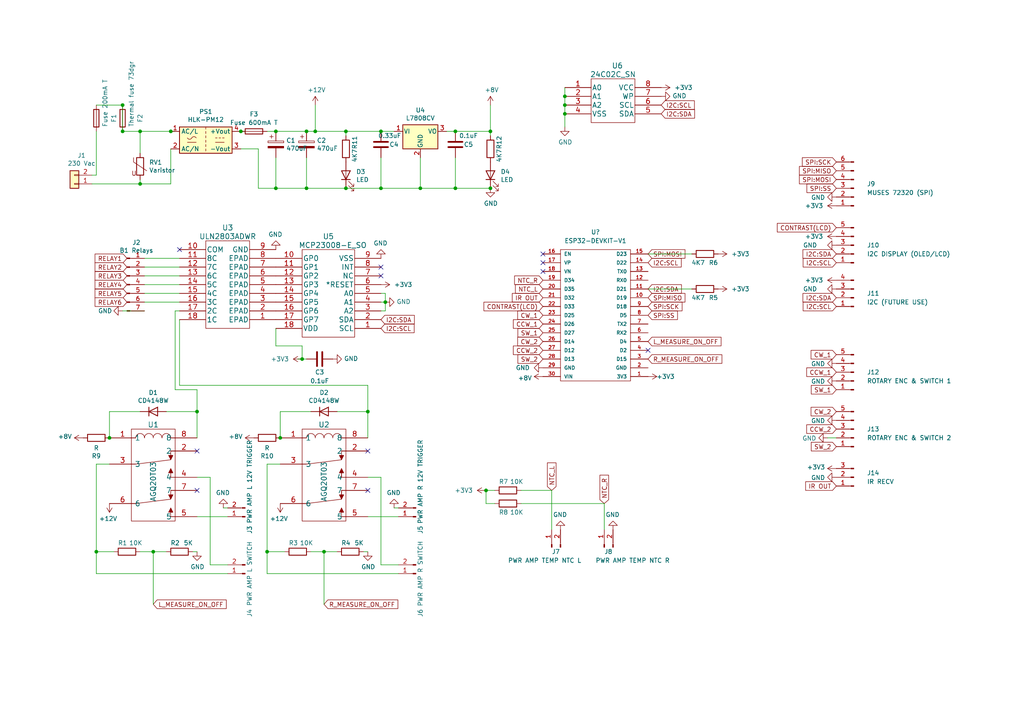
<source format=kicad_sch>
(kicad_sch (version 20211123) (generator eeschema)
  (paper "A4")
  (lib_symbols
    (symbol "Connector:Conn_01x02_Male" (pin_names (offset 1.016) hide)
      (property "Reference" "J" (at 0 2.54 0))
      (property "Value" "Conn_01x02_Male" (at 0 -5.08 0))
      (symbol "Conn_01x02_Male_1_1"
        (pin passive line (at 5.08 0 180) (length 3.81) (name "Pin_1") (number "1"))
        (pin passive line (at 5.08 -2.54 180) (length 3.81) (name "Pin_2") (number "2"))
      )
    )
    (symbol "Connector:Conn_01x03_Male" (pin_names (offset 1.016) hide)
      (property "Reference" "J" (at 0 5.08 0))
      (property "Value" "Conn_01x03_Male" (at 0 -5.08 0))
      (symbol "Conn_01x03_Male_1_1"
        (pin passive line (at 5.08 2.54 180) (length 3.81) (name "Pin_1") (number "1"))
        (pin passive line (at 5.08 0 180) (length 3.81) (name "Pin_2") (number "2"))
        (pin passive line (at 5.08 -2.54 180) (length 3.81) (name "Pin_3") (number "3"))
      )
    )
    (symbol "Connector:Conn_01x04_Male" (pin_names (offset 1.016) hide)
      (property "Reference" "J" (at 0 5.08 0))
      (property "Value" "Conn_01x04_Male" (at 0 -7.62 0))
      (symbol "Conn_01x04_Male_1_1"
        (pin passive line (at 5.08 2.54 180) (length 3.81) (name "Pin_1") (number "1"))
        (pin passive line (at 5.08 0 180) (length 3.81) (name "Pin_2") (number "2"))
        (pin passive line (at 5.08 -2.54 180) (length 3.81) (name "Pin_3") (number "3"))
        (pin passive line (at 5.08 -5.08 180) (length 3.81) (name "Pin_4") (number "4"))
      )
    )
    (symbol "Connector:Conn_01x05_Male" (pin_names (offset 1.016) hide)
      (property "Reference" "J" (at 0 7.62 0))
      (property "Value" "Conn_01x05_Male" (at 0 -7.62 0))
      (symbol "Conn_01x05_Male_1_1"
        (pin passive line (at 5.08 5.08 180) (length 3.81) (name "Pin_1") (number "1"))
        (pin passive line (at 5.08 2.54 180) (length 3.81) (name "Pin_2") (number "2"))
        (pin passive line (at 5.08 0 180) (length 3.81) (name "Pin_3") (number "3"))
        (pin passive line (at 5.08 -2.54 180) (length 3.81) (name "Pin_4") (number "4"))
        (pin passive line (at 5.08 -5.08 180) (length 3.81) (name "Pin_5") (number "5"))
      )
    )
    (symbol "Connector:Conn_01x06_Male" (pin_names (offset 1.016) hide)
      (property "Reference" "J" (at 0 7.62 0))
      (property "Value" "Conn_01x06_Male" (at 0 -10.16 0))
      (symbol "Conn_01x06_Male_1_1"
        (pin passive line (at 5.08 5.08 180) (length 3.81) (name "Pin_1") (number "1"))
        (pin passive line (at 5.08 2.54 180) (length 3.81) (name "Pin_2") (number "2"))
        (pin passive line (at 5.08 0 180) (length 3.81) (name "Pin_3") (number "3"))
        (pin passive line (at 5.08 -2.54 180) (length 3.81) (name "Pin_4") (number "4"))
        (pin passive line (at 5.08 -5.08 180) (length 3.81) (name "Pin_5") (number "5"))
        (pin passive line (at 5.08 -7.62 180) (length 3.81) (name "Pin_6") (number "6"))
      )
    )
    (symbol "Connector:Conn_01x07_Male" (pin_names (offset 1.016) hide)
      (property "Reference" "J" (at 0 10.16 0))
      (property "Value" "Conn_01x07_Male" (at 0 -10.16 0))
      (symbol "Conn_01x07_Male_1_1"
        (pin passive line (at 5.08 7.62 180) (length 3.81) (name "Pin_1") (number "1"))
        (pin passive line (at 5.08 5.08 180) (length 3.81) (name "Pin_2") (number "2"))
        (pin passive line (at 5.08 2.54 180) (length 3.81) (name "Pin_3") (number "3"))
        (pin passive line (at 5.08 0 180) (length 3.81) (name "Pin_4") (number "4"))
        (pin passive line (at 5.08 -2.54 180) (length 3.81) (name "Pin_5") (number "5"))
        (pin passive line (at 5.08 -5.08 180) (length 3.81) (name "Pin_6") (number "6"))
        (pin passive line (at 5.08 -7.62 180) (length 3.81) (name "Pin_7") (number "7"))
      )
    )
    (symbol "Connector_Generic:Conn_01x02" (pin_names (offset 1.016) hide)
      (property "Reference" "J" (at 0 2.54 0))
      (property "Value" "Conn_01x02" (at 0 -5.08 0))
      (symbol "Conn_01x02_1_1"
        (pin passive line (at -5.08 0 0) (length 3.81) (name "Pin_1") (number "1"))
        (pin passive line (at -5.08 -2.54 0) (length 3.81) (name "Pin_2") (number "2"))
      )
    )
    (symbol "Converter_ACDC:HLK-PM01"
      (property "Reference" "PS" (at 0 5.08 0))
      (property "Value" "HLK-PM01" (at 0 -5.08 0))
      (symbol "HLK-PM01_1_1"
        (pin power_in line (at -10.16 2.54 0) (length 2.54) (name "AC/L") (number "1"))
        (pin power_in line (at -10.16 -2.54 0) (length 2.54) (name "AC/N") (number "2"))
        (pin power_out line (at 10.16 -2.54 180) (length 2.54) (name "-Vout") (number "3"))
        (pin power_out line (at 10.16 2.54 180) (length 2.54) (name "+Vout") (number "4"))
      )
    )
    (symbol "Device:C" (pin_numbers hide) (pin_names (offset 0.254))
      (property "Reference" "C" (at 0.635 2.54 0))
      (property "Value" "C" (at 0.635 -2.54 0))
      (symbol "C_1_1"
        (pin passive line (at 0 3.81 270) (length 2.794) (name "~") (number "1"))
        (pin passive line (at 0 -3.81 90) (length 2.794) (name "~") (number "2"))
      )
    )
    (symbol "Device:Fuse" (pin_numbers hide) (pin_names (offset 0))
      (property "Reference" "F" (at 2.032 0 90))
      (property "Value" "Fuse" (at -1.905 0 90))
      (symbol "Fuse_1_1"
        (pin passive line (at 0 3.81 270) (length 1.27) (name "~") (number "1"))
        (pin passive line (at 0 -3.81 90) (length 1.27) (name "~") (number "2"))
      )
    )
    (symbol "Device:LED" (pin_numbers hide) (pin_names (offset 1.016) hide)
      (property "Reference" "D" (at 0 2.54 0))
      (property "Value" "LED" (at 0 -2.54 0))
      (symbol "LED_1_1"
        (pin passive line (at -3.81 0 0) (length 2.54) (name "K") (number "1"))
        (pin passive line (at 3.81 0 180) (length 2.54) (name "A") (number "2"))
      )
    )
    (symbol "Device:R" (pin_numbers hide) (pin_names (offset 0))
      (property "Reference" "R" (at 2.032 0 90))
      (property "Value" "R" (at 0 0 90))
      (symbol "R_1_1"
        (pin passive line (at 0 3.81 270) (length 1.27) (name "~") (number "1"))
        (pin passive line (at 0 -3.81 90) (length 1.27) (name "~") (number "2"))
      )
    )
    (symbol "Device:Varistor" (pin_numbers hide) (pin_names (offset 0))
      (property "Reference" "RV" (at 3.175 0 90))
      (property "Value" "Varistor" (at -3.175 0 90))
      (symbol "Varistor_0_0"
        (text "U" (at -1.778 -2.032 0) (effects (font (size 1.27 1.27))))
      )
      (symbol "Varistor_1_1"
        (pin passive line (at 0 3.81 270) (length 1.27) (name "~") (number "1"))
        (pin passive line (at 0 -3.81 90) (length 1.27) (name "~") (number "2"))
      )
    )
    (symbol "Diode:CD4148W" (pin_numbers hide) (pin_names (offset 1.016) hide)
      (property "Reference" "D" (at 0 2.54 0))
      (property "Value" "CD4148W" (at 0 -2.54 0))
      (symbol "CD4148W_1_1"
        (pin passive line (at -3.81 0 0) (length 2.54) (name "K") (number "1"))
        (pin passive line (at 3.81 0 180) (length 2.54) (name "A") (number "2"))
      )
    )
    (symbol "ESP32SYM:ESP32-DEVKIT-V1" (pin_names (offset 1.016))
      (property "Reference" "U" (at -1.27 12.7 0))
      (property "Value" "ESP32-DEVKIT-V1" (at -10.16 -30.48 0))
      (symbol "ESP32-DEVKIT-V1_0_0"
        (pin output line (at 15.24 -25.4 180) (length 5.08) (name "3V3") (number "1"))
        (pin bidirectional line (at 15.24 -2.54 180) (length 5.08) (name "D19") (number "10"))
        (pin bidirectional line (at 15.24 0 180) (length 5.08) (name "D21") (number "11"))
        (pin input line (at 15.24 2.54 180) (length 5.08) (name "RX0") (number "12"))
        (pin output line (at 15.24 5.08 180) (length 5.08) (name "TX0") (number "13"))
        (pin bidirectional line (at 15.24 7.62 180) (length 5.08) (name "D22") (number "14"))
        (pin bidirectional line (at 15.24 10.16 180) (length 5.08) (name "D23") (number "15"))
        (pin input line (at -15.24 10.16 0) (length 5.08) (name "EN") (number "16"))
        (pin bidirectional line (at -15.24 7.62 0) (length 5.08) (name "VP") (number "17"))
        (pin bidirectional line (at -15.24 5.08 0) (length 5.08) (name "VN") (number "18"))
        (pin bidirectional line (at -15.24 2.54 0) (length 5.08) (name "D34") (number "19"))
        (pin power_in line (at 15.24 -22.86 180) (length 5.08) (name "GND") (number "2"))
        (pin bidirectional line (at -15.24 0 0) (length 5.08) (name "D35") (number "20"))
        (pin bidirectional line (at -15.24 -2.54 0) (length 5.08) (name "D32") (number "21"))
        (pin bidirectional line (at -15.24 -5.08 0) (length 5.08) (name "D33") (number "22"))
        (pin bidirectional line (at -15.24 -7.62 0) (length 5.08) (name "D25") (number "23"))
        (pin bidirectional line (at -15.24 -10.16 0) (length 5.08) (name "D26") (number "24"))
        (pin bidirectional line (at -15.24 -12.7 0) (length 5.08) (name "D27") (number "25"))
        (pin bidirectional line (at -15.24 -15.24 0) (length 5.08) (name "D14") (number "26"))
        (pin bidirectional line (at -15.24 -17.78 0) (length 5.08) (name "D12") (number "27"))
        (pin bidirectional line (at -15.24 -20.32 0) (length 5.08) (name "D13") (number "28"))
        (pin power_in line (at -15.24 -22.86 0) (length 5.08) (name "GND") (number "29"))
        (pin bidirectional line (at 15.24 -20.32 180) (length 5.08) (name "D15") (number "3"))
        (pin input line (at -15.24 -25.4 0) (length 5.08) (name "VIN") (number "30"))
        (pin bidirectional line (at 15.24 -17.78 180) (length 5.08) (name "D2") (number "4"))
        (pin bidirectional line (at 15.24 -15.24 180) (length 5.08) (name "D4") (number "5"))
        (pin input line (at 15.24 -12.7 180) (length 5.08) (name "RX2") (number "6"))
        (pin output line (at 15.24 -10.16 180) (length 5.08) (name "TX2") (number "7"))
        (pin bidirectional line (at 15.24 -7.62 180) (length 5.08) (name "D5") (number "8"))
        (pin bidirectional line (at 15.24 -5.08 180) (length 5.08) (name "D18") (number "9"))
      )
    )
    (symbol "Mezmerize_B1_Controller-rescue:24C02C_SN-24C02" (pin_names (offset 0.254))
      (property "Reference" "U" (at 13.97 8.89 0))
      (property "Value" "24C02C_SN-24C02" (at 13.97 6.35 0))
      (symbol "24C02C_SN-24C02_1_0"
        (pin unspecified line (at 0 2.54 0) (length 7.62) (name "A0") (number "1"))
        (pin unspecified line (at 0 0 0) (length 7.62) (name "A1") (number "2"))
        (pin unspecified line (at 0 -2.54 0) (length 7.62) (name "A2") (number "3"))
        (pin unspecified line (at 0 -5.08 0) (length 7.62) (name "VSS") (number "4"))
        (pin unspecified line (at 27.94 -5.08 180) (length 7.62) (name "SDA") (number "5"))
        (pin unspecified line (at 27.94 -2.54 180) (length 7.62) (name "SCL") (number "6"))
        (pin unspecified line (at 27.94 0 180) (length 7.62) (name "WP") (number "7"))
        (pin unspecified line (at 27.94 2.54 180) (length 7.62) (name "VCC") (number "8"))
      )
    )
    (symbol "Mezmerize_B1_Controller-rescue:AGQ20012-2019-11-30_08-42-06" (pin_names (offset -0.254))
      (property "Reference" "U" (at 26.67 -6.35 0))
      (property "Value" "AGQ20012-2019-11-30_08-42-06" (at 26.67 -8.89 0))
      (symbol "AGQ20012-2019-11-30_08-42-06_1_0"
        (pin unspecified line (at 13.97 -15.24 0) (length 7.62) (name "1") (number "1"))
        (pin unspecified line (at 39.37 -19.05 180) (length 7.62) (name "2") (number "2"))
        (pin unspecified line (at 13.97 -22.86 0) (length 7.62) (name "3") (number "3"))
        (pin unspecified line (at 39.37 -26.67 180) (length 7.62) (name "4") (number "4"))
        (pin unspecified line (at 39.37 -38.1 180) (length 7.62) (name "5") (number "5"))
        (pin unspecified line (at 13.97 -34.29 0) (length 7.62) (name "6") (number "6"))
        (pin unspecified line (at 39.37 -30.48 180) (length 7.62) (name "7") (number "7"))
        (pin unspecified line (at 39.37 -15.24 180) (length 7.62) (name "8") (number "8"))
      )
    )
    (symbol "Mezmerize_B1_Controller-rescue:CP-Device" (pin_numbers hide) (pin_names (offset 0.254))
      (property "Reference" "C" (at 0.635 2.54 0))
      (property "Value" "CP-Device" (at 0.635 -2.54 0))
      (symbol "CP-Device_1_1"
        (pin passive line (at 0 3.81 270) (length 2.794) (name "~") (number "1"))
        (pin passive line (at 0 -3.81 90) (length 2.794) (name "~") (number "2"))
      )
    )
    (symbol "Mezmerize_B1_Controller-rescue:MCP23008-E_SO-2019-12-07_08-25-49" (pin_names (offset 0.254))
      (property "Reference" "U" (at 15.24 10.16 0))
      (property "Value" "MCP23008-E_SO-2019-12-07_08-25-49" (at 15.24 7.62 0))
      (symbol "MCP23008-E_SO-2019-12-07_08-25-49_1_0"
        (pin unspecified line (at 0 0 0) (length 7.62) (name "SCL") (number "1"))
        (pin unspecified line (at 30.48 -20.32 180) (length 7.62) (name "GP0") (number "10"))
        (pin unspecified line (at 30.48 -17.78 180) (length 7.62) (name "GP1") (number "11"))
        (pin unspecified line (at 30.48 -15.24 180) (length 7.62) (name "GP2") (number "12"))
        (pin unspecified line (at 30.48 -12.7 180) (length 7.62) (name "GP3") (number "13"))
        (pin unspecified line (at 30.48 -10.16 180) (length 7.62) (name "GP4") (number "14"))
        (pin unspecified line (at 30.48 -7.62 180) (length 7.62) (name "GP5") (number "15"))
        (pin unspecified line (at 30.48 -5.08 180) (length 7.62) (name "GP6") (number "16"))
        (pin unspecified line (at 30.48 -2.54 180) (length 7.62) (name "GP7") (number "17"))
        (pin unspecified line (at 30.48 0 180) (length 7.62) (name "VDD") (number "18"))
        (pin unspecified line (at 0 -2.54 0) (length 7.62) (name "SDA") (number "2"))
        (pin unspecified line (at 0 -5.08 0) (length 7.62) (name "A2") (number "3"))
        (pin unspecified line (at 0 -7.62 0) (length 7.62) (name "A1") (number "4"))
        (pin unspecified line (at 0 -10.16 0) (length 7.62) (name "A0") (number "5"))
        (pin unspecified line (at 0 -12.7 0) (length 7.62) (name "*RESET") (number "6"))
        (pin unspecified line (at 0 -15.24 0) (length 7.62) (name "NC") (number "7"))
        (pin unspecified line (at 0 -17.78 0) (length 7.62) (name "INT") (number "8"))
        (pin unspecified line (at 0 -20.32 0) (length 7.62) (name "VSS") (number "9"))
      )
    )
    (symbol "Mezmerize_B1_Controller-rescue:ULN2803ADWR-2019-12-07_08-18-10" (pin_names (offset 0.254))
      (property "Reference" "U" (at 13.97 8.89 0))
      (property "Value" "ULN2803ADWR-2019-12-07_08-18-10" (at 13.97 6.35 0))
      (symbol "ULN2803ADWR-2019-12-07_08-18-10_1_0"
        (pin power_in line (at 0 0 0) (length 7.62) (name "EPAD") (number "1"))
        (pin unspecified line (at 27.94 -20.32 180) (length 7.62) (name "COM") (number "10"))
        (pin output line (at 27.94 -17.78 180) (length 7.62) (name "8C") (number "11"))
        (pin output line (at 27.94 -15.24 180) (length 7.62) (name "7C") (number "12"))
        (pin output line (at 27.94 -12.7 180) (length 7.62) (name "6C") (number "13"))
        (pin output line (at 27.94 -10.16 180) (length 7.62) (name "5C") (number "14"))
        (pin output line (at 27.94 -7.62 180) (length 7.62) (name "4C") (number "15"))
        (pin output line (at 27.94 -5.08 180) (length 7.62) (name "3C") (number "16"))
        (pin output line (at 27.94 -2.54 180) (length 7.62) (name "2C") (number "17"))
        (pin output line (at 27.94 0 180) (length 7.62) (name "1C") (number "18"))
        (pin power_in line (at 0 -2.54 0) (length 7.62) (name "EPAD") (number "2"))
        (pin power_in line (at 0 -5.08 0) (length 7.62) (name "EPAD") (number "3"))
        (pin power_in line (at 0 -7.62 0) (length 7.62) (name "EPAD") (number "4"))
        (pin power_in line (at 0 -10.16 0) (length 7.62) (name "EPAD") (number "5"))
        (pin power_in line (at 0 -12.7 0) (length 7.62) (name "EPAD") (number "6"))
        (pin power_in line (at 0 -15.24 0) (length 7.62) (name "EPAD") (number "7"))
        (pin power_in line (at 0 -17.78 0) (length 7.62) (name "EPAD") (number "8"))
        (pin power_in line (at 0 -20.32 0) (length 7.62) (name "GND") (number "9"))
      )
    )
    (symbol "Regulator_Linear:LM7808_TO220" (pin_names (offset 0.254))
      (property "Reference" "U" (at -3.81 3.175 0))
      (property "Value" "LM7808_TO220" (at 0 3.175 0))
      (symbol "LM7808_TO220_1_1"
        (pin power_in line (at -7.62 0 0) (length 2.54) (name "VI") (number "1"))
        (pin power_in line (at 0 -7.62 90) (length 2.54) (name "GND") (number "2"))
        (pin power_out line (at 7.62 0 180) (length 2.54) (name "VO") (number "3"))
      )
    )
    (symbol "power:+12V" (power) (pin_names (offset 0))
      (property "Value" "+12V" (at 0 3.556 0))
      (symbol "+12V_1_1"
        (pin power_in line (at 0 0 90) (length 0) hide (name "+12V") (number "1"))
      )
    )
    (symbol "power:+3.3V" (power) (pin_names (offset 0))
      (property "Value" "+3.3V" (at 0 3.556 0))
      (symbol "+3.3V_1_1"
        (pin power_in line (at 0 0 90) (length 0) hide (name "+3V3") (number "1"))
      )
    )
    (symbol "power:+8V" (power) (pin_names (offset 0))
      (property "Value" "+8V" (at 0 3.556 0))
      (symbol "+8V_1_1"
        (pin power_in line (at 0 0 90) (length 0) hide (name "+8V") (number "1"))
      )
    )
    (symbol "power:GND" (power) (pin_names (offset 0))
      (property "Value" "GND" (at 0 -3.81 0))
      (symbol "GND_1_1"
        (pin power_in line (at 0 0 270) (length 0) hide (name "GND") (number "1"))
      )
    )
  )
  (junction (at 100.33 54.61))
  (junction (at 87.63 104.14))
  (junction (at 163.83 33.02))
  (junction (at 80.01 54.61))
  (junction (at 142.24 54.61))
  (junction (at 40.64 38.1))
  (junction (at 132.08 54.61))
  (junction (at 80.01 38.1))
  (junction (at 100.33 38.1))
  (junction (at 88.9 54.61))
  (junction (at 140.97 142.24))
  (junction (at 49.53 38.1))
  (junction (at 93.98 160.02))
  (junction (at 106.68 119.38))
  (junction (at 27.94 160.02))
  (junction (at 163.83 27.94))
  (junction (at 57.15 119.38))
  (junction (at 142.24 38.1))
  (junction (at 35.56 38.1))
  (junction (at 91.44 38.1))
  (junction (at 111.76 87.63))
  (junction (at 40.64 53.34))
  (junction (at 77.47 160.02))
  (junction (at 163.83 30.48))
  (junction (at 44.45 160.02))
  (junction (at 81.28 127))
  (junction (at 110.49 54.61))
  (junction (at 121.92 54.61))
  (junction (at 132.08 38.1))
  (junction (at 31.75 127))
  (junction (at 110.49 38.1))
  (junction (at 35.56 30.48))
  (junction (at 69.85 38.1))
  (junction (at 88.9 38.1))
  (no_connect (at 110.49 77.47))
  (no_connect (at 57.15 130.81))
  (no_connect (at 106.68 130.81))
  (no_connect (at 110.49 80.01))
  (no_connect (at 187.96 101.6))
  (no_connect (at 157.48 78.74))
  (no_connect (at 157.48 76.2))
  (no_connect (at 157.48 73.66))
  (no_connect (at 57.15 142.24))
  (no_connect (at 106.68 142.24))
  (no_connect (at 52.07 72.39))
  (wire (pts (xy 111.76 87.63) (xy 110.49 87.63)))
  (wire (pts (xy 40.64 52.07) (xy 40.64 53.34)))
  (wire (pts (xy 31.75 119.38) (xy 31.75 127)))
  (wire (pts (xy 77.47 166.37) (xy 115.57 166.37)))
  (wire (pts (xy 93.98 160.02) (xy 97.79 160.02)))
  (wire (pts (xy 40.64 119.38) (xy 31.75 119.38)))
  (wire (pts (xy 77.47 38.1) (xy 80.01 38.1)))
  (wire (pts (xy 111.76 90.17) (xy 110.49 90.17)))
  (wire (pts (xy 35.56 90.17) (xy 41.91 90.17)))
  (wire (pts (xy 41.91 82.55) (xy 52.07 82.55)))
  (wire (pts (xy 40.64 38.1) (xy 49.53 38.1)))
  (wire (pts (xy 74.93 54.61) (xy 80.01 54.61)))
  (wire (pts (xy 111.76 87.63) (xy 111.76 90.17)))
  (wire (pts (xy 52.07 90.17) (xy 50.8 90.17)))
  (wire (pts (xy 40.64 160.02) (xy 44.45 160.02)))
  (wire (pts (xy 240.03 127) (xy 242.57 127)))
  (wire (pts (xy 142.24 30.48) (xy 142.24 38.1)))
  (wire (pts (xy 77.47 160.02) (xy 77.47 166.37)))
  (wire (pts (xy 91.44 38.1) (xy 100.33 38.1)))
  (wire (pts (xy 69.85 38.1) (xy 71.12 38.1)))
  (wire (pts (xy 52.07 111.76) (xy 106.68 111.76)))
  (wire (pts (xy 110.49 45.72) (xy 110.49 54.61)))
  (wire (pts (xy 41.91 74.93) (xy 52.07 74.93)))
  (wire (pts (xy 88.9 54.61) (xy 100.33 54.61)))
  (wire (pts (xy 60.96 163.83) (xy 66.04 163.83)))
  (wire (pts (xy 77.47 160.02) (xy 82.55 160.02)))
  (wire (pts (xy 91.44 30.48) (xy 91.44 38.1)))
  (wire (pts (xy 142.24 38.1) (xy 142.24 39.37)))
  (wire (pts (xy 110.49 38.1) (xy 114.3 38.1)))
  (wire (pts (xy 60.96 138.43) (xy 60.96 163.83)))
  (wire (pts (xy 151.13 142.24) (xy 160.02 142.24)))
  (wire (pts (xy 132.08 54.61) (xy 121.92 54.61)))
  (wire (pts (xy 97.79 119.38) (xy 106.68 119.38)))
  (wire (pts (xy 140.97 146.05) (xy 143.51 146.05)))
  (wire (pts (xy 88.9 45.72) (xy 88.9 54.61)))
  (wire (pts (xy 187.96 83.82) (xy 200.66 83.82)))
  (wire (pts (xy 57.15 113.03) (xy 50.8 113.03)))
  (wire (pts (xy 80.01 54.61) (xy 88.9 54.61)))
  (wire (pts (xy 31.75 134.62) (xy 27.94 134.62)))
  (wire (pts (xy 121.92 45.72) (xy 121.92 54.61)))
  (wire (pts (xy 187.96 73.66) (xy 200.66 73.66)))
  (wire (pts (xy 88.9 104.14) (xy 87.63 104.14)))
  (wire (pts (xy 87.63 104.14) (xy 86.36 104.14)))
  (wire (pts (xy 90.17 160.02) (xy 93.98 160.02)))
  (wire (pts (xy 105.41 160.02) (xy 106.68 160.02)))
  (wire (pts (xy 110.49 138.43) (xy 110.49 163.83)))
  (wire (pts (xy 26.67 50.8) (xy 27.94 50.8)))
  (wire (pts (xy 50.8 113.03) (xy 50.8 90.17)))
  (wire (pts (xy 57.15 149.86) (xy 66.04 149.86)))
  (wire (pts (xy 41.91 80.01) (xy 52.07 80.01)))
  (wire (pts (xy 110.49 54.61) (xy 100.33 54.61)))
  (wire (pts (xy 110.49 85.09) (xy 111.76 85.09)))
  (wire (pts (xy 57.15 113.03) (xy 57.15 119.38)))
  (wire (pts (xy 41.91 85.09) (xy 52.07 85.09)))
  (wire (pts (xy 77.47 134.62) (xy 77.47 160.02)))
  (wire (pts (xy 44.45 160.02) (xy 48.26 160.02)))
  (wire (pts (xy 27.94 160.02) (xy 33.02 160.02)))
  (wire (pts (xy 35.56 38.1) (xy 40.64 38.1)))
  (wire (pts (xy 41.91 87.63) (xy 52.07 87.63)))
  (wire (pts (xy 35.56 30.48) (xy 35.56 38.1)))
  (wire (pts (xy 81.28 119.38) (xy 90.17 119.38)))
  (wire (pts (xy 163.83 33.02) (xy 163.83 30.48)))
  (wire (pts (xy 93.98 160.02) (xy 93.98 175.26)))
  (wire (pts (xy 80.01 38.1) (xy 88.9 38.1)))
  (wire (pts (xy 48.26 119.38) (xy 57.15 119.38)))
  (wire (pts (xy 110.49 163.83) (xy 115.57 163.83)))
  (wire (pts (xy 27.94 30.48) (xy 35.56 30.48)))
  (wire (pts (xy 106.68 119.38) (xy 106.68 127)))
  (wire (pts (xy 27.94 166.37) (xy 66.04 166.37)))
  (wire (pts (xy 163.83 27.94) (xy 163.83 30.48)))
  (wire (pts (xy 163.83 33.02) (xy 163.83 36.83)))
  (wire (pts (xy 40.64 44.45) (xy 40.64 38.1)))
  (wire (pts (xy 81.28 127) (xy 81.28 119.38)))
  (wire (pts (xy 114.3 147.32) (xy 115.57 147.32)))
  (wire (pts (xy 27.94 160.02) (xy 27.94 166.37)))
  (wire (pts (xy 151.13 146.05) (xy 175.26 146.05)))
  (wire (pts (xy 121.92 54.61) (xy 110.49 54.61)))
  (wire (pts (xy 106.68 111.76) (xy 106.68 119.38)))
  (wire (pts (xy 40.64 53.34) (xy 49.53 53.34)))
  (wire (pts (xy 49.53 53.34) (xy 49.53 43.18)))
  (wire (pts (xy 132.08 45.72) (xy 132.08 54.61)))
  (wire (pts (xy 143.51 142.24) (xy 140.97 142.24)))
  (wire (pts (xy 80.01 95.25) (xy 80.01 100.33)))
  (wire (pts (xy 52.07 92.71) (xy 52.07 111.76)))
  (wire (pts (xy 80.01 45.72) (xy 80.01 54.61)))
  (wire (pts (xy 106.68 149.86) (xy 115.57 149.86)))
  (wire (pts (xy 64.77 147.32) (xy 66.04 147.32)))
  (wire (pts (xy 74.93 43.18) (xy 74.93 54.61)))
  (wire (pts (xy 27.94 134.62) (xy 27.94 160.02)))
  (wire (pts (xy 88.9 38.1) (xy 91.44 38.1)))
  (wire (pts (xy 27.94 50.8) (xy 27.94 38.1)))
  (wire (pts (xy 163.83 25.4) (xy 163.83 27.94)))
  (wire (pts (xy 50.8 38.1) (xy 49.53 38.1)))
  (wire (pts (xy 111.76 85.09) (xy 111.76 87.63)))
  (wire (pts (xy 142.24 54.61) (xy 132.08 54.61)))
  (wire (pts (xy 132.08 38.1) (xy 129.54 38.1)))
  (wire (pts (xy 55.88 160.02) (xy 57.15 160.02)))
  (wire (pts (xy 140.97 146.05) (xy 140.97 142.24)))
  (wire (pts (xy 175.26 146.05) (xy 175.26 153.67)))
  (wire (pts (xy 106.68 138.43) (xy 110.49 138.43)))
  (wire (pts (xy 132.08 38.1) (xy 142.24 38.1)))
  (wire (pts (xy 160.02 153.67) (xy 160.02 142.24)))
  (wire (pts (xy 80.01 100.33) (xy 87.63 100.33)))
  (wire (pts (xy 26.67 53.34) (xy 40.64 53.34)))
  (wire (pts (xy 81.28 134.62) (xy 77.47 134.62)))
  (wire (pts (xy 44.45 160.02) (xy 44.45 175.26)))
  (wire (pts (xy 87.63 100.33) (xy 87.63 104.14)))
  (wire (pts (xy 100.33 39.37) (xy 100.33 38.1)))
  (wire (pts (xy 69.85 43.18) (xy 74.93 43.18)))
  (wire (pts (xy 57.15 119.38) (xy 57.15 127)))
  (wire (pts (xy 57.15 138.43) (xy 60.96 138.43)))
  (wire (pts (xy 52.07 77.47) (xy 41.91 77.47)))
  (wire (pts (xy 100.33 38.1) (xy 110.49 38.1)))
  (global_label "SW_1" (shape input) (at 157.48 96.52 180) (property "Intersheet References" "${INTERSHEET_REFS}" (effects hide)))
  (global_label "I2C:SCL" (shape input) (at 187.96 76.2 0) (property "Intersheet References" "${INTERSHEET_REFS}" (effects hide)))
  (global_label "I2C:SDA" (shape input) (at 187.96 83.82 0) (property "Intersheet References" "${INTERSHEET_REFS}" (effects hide)))
  (global_label "CCW_1" (shape input) (at 157.48 93.98 180) (property "Intersheet References" "${INTERSHEET_REFS}" (effects hide)))
  (global_label "CW_1" (shape input) (at 242.57 102.87 180) (property "Intersheet References" "${INTERSHEET_REFS}" (effects hide)))
  (global_label "R_MEASURE_ON_OFF" (shape input) (at 93.98 175.26 0) (property "Intersheet References" "${INTERSHEET_REFS}" (effects hide)))
  (global_label "RELAY6" (shape input) (at 36.83 87.63 180) (property "Intersheet References" "${INTERSHEET_REFS}" (effects hide)))
  (global_label "NTC_R" (shape input) (at 157.48 81.28 180) (property "Intersheet References" "${INTERSHEET_REFS}" (effects hide)))
  (global_label "CW_2" (shape input) (at 242.57 119.38 180) (property "Intersheet References" "${INTERSHEET_REFS}" (effects hide)))
  (global_label "SW_2" (shape input) (at 242.57 129.54 180) (property "Intersheet References" "${INTERSHEET_REFS}" (effects hide)))
  (global_label "NTC_R" (shape input) (at 175.26 146.05 90) (property "Intersheet References" "${INTERSHEET_REFS}" (effects hide)))
  (global_label "IR OUT" (shape input) (at 242.57 140.97 180) (property "Intersheet References" "${INTERSHEET_REFS}" (effects hide)))
  (global_label "CCW_1" (shape input) (at 242.57 107.95 180) (property "Intersheet References" "${INTERSHEET_REFS}" (effects hide)))
  (global_label "CW_2" (shape input) (at 157.48 99.06 180) (property "Intersheet References" "${INTERSHEET_REFS}" (effects hide)))
  (global_label "SPI:MISO" (shape input) (at 242.57 49.53 180) (property "Intersheet References" "${INTERSHEET_REFS}" (effects hide)))
  (global_label "RELAY4" (shape input) (at 36.83 82.55 180) (property "Intersheet References" "${INTERSHEET_REFS}" (effects hide)))
  (global_label "SPI:MOSI" (shape input) (at 242.57 52.07 180) (property "Intersheet References" "${INTERSHEET_REFS}" (effects hide)))
  (global_label "CONTRAST(LCD)" (shape input) (at 157.48 88.9 180) (property "Intersheet References" "${INTERSHEET_REFS}" (effects hide)))
  (global_label "NTC_L" (shape input) (at 157.48 83.82 180) (property "Intersheet References" "${INTERSHEET_REFS}" (effects hide)))
  (global_label "RELAY2" (shape input) (at 36.83 77.47 180) (property "Intersheet References" "${INTERSHEET_REFS}" (effects hide)))
  (global_label "SW_2" (shape input) (at 157.48 104.14 180) (property "Intersheet References" "${INTERSHEET_REFS}" (effects hide)))
  (global_label "SPI:SS" (shape input) (at 187.96 91.44 0) (property "Intersheet References" "${INTERSHEET_REFS}" (effects hide)))
  (global_label "I2C:SDA" (shape input) (at 191.77 33.02 0) (property "Intersheet References" "${INTERSHEET_REFS}" (effects hide)))
  (global_label "SPI:MISO" (shape input) (at 187.96 86.36 0) (property "Intersheet References" "${INTERSHEET_REFS}" (effects hide)))
  (global_label "RELAY1" (shape input) (at 36.83 74.93 180) (property "Intersheet References" "${INTERSHEET_REFS}" (effects hide)))
  (global_label "CONTRAST(LCD)" (shape input) (at 242.57 66.04 180) (property "Intersheet References" "${INTERSHEET_REFS}" (effects hide)))
  (global_label "IR OUT" (shape input) (at 157.48 86.36 180) (property "Intersheet References" "${INTERSHEET_REFS}" (effects hide)))
  (global_label "SPI:SCK" (shape input) (at 187.96 88.9 0) (property "Intersheet References" "${INTERSHEET_REFS}" (effects hide)))
  (global_label "I2C:SCL" (shape input) (at 110.49 95.25 0) (property "Intersheet References" "${INTERSHEET_REFS}" (effects hide)))
  (global_label "L_MEASURE_ON_OFF" (shape input) (at 44.45 175.26 0) (property "Intersheet References" "${INTERSHEET_REFS}" (effects hide)))
  (global_label "SPI:SCK" (shape input) (at 242.57 46.99 180) (property "Intersheet References" "${INTERSHEET_REFS}" (effects hide)))
  (global_label "I2C:SDA" (shape input) (at 242.57 73.66 180) (property "Intersheet References" "${INTERSHEET_REFS}" (effects hide)))
  (global_label "R_MEASURE_ON_OFF" (shape input) (at 187.96 104.14 0) (property "Intersheet References" "${INTERSHEET_REFS}" (effects hide)))
  (global_label "I2C:SCL" (shape input) (at 191.77 30.48 0) (property "Intersheet References" "${INTERSHEET_REFS}" (effects hide)))
  (global_label "RELAY5" (shape input) (at 36.83 85.09 180) (property "Intersheet References" "${INTERSHEET_REFS}" (effects hide)))
  (global_label "I2C:SCL" (shape input) (at 242.57 88.9 180) (property "Intersheet References" "${INTERSHEET_REFS}" (effects hide)))
  (global_label "I2C:SDA" (shape input) (at 242.57 86.36 180) (property "Intersheet References" "${INTERSHEET_REFS}" (effects hide)))
  (global_label "NTC_L" (shape input) (at 160.02 142.24 90) (property "Intersheet References" "${INTERSHEET_REFS}" (effects hide)))
  (global_label "RELAY3" (shape input) (at 36.83 80.01 180) (property "Intersheet References" "${INTERSHEET_REFS}" (effects hide)))
  (global_label "L_MEASURE_ON_OFF" (shape input) (at 187.96 99.06 0) (property "Intersheet References" "${INTERSHEET_REFS}" (effects hide)))
  (global_label "SPI:MOSI" (shape input) (at 187.96 73.66 0) (property "Intersheet References" "${INTERSHEET_REFS}" (effects hide)))
  (global_label "SPI:SS" (shape input) (at 242.57 54.61 180) (property "Intersheet References" "${INTERSHEET_REFS}" (effects hide)))
  (global_label "CCW_2" (shape input) (at 157.48 101.6 180) (property "Intersheet References" "${INTERSHEET_REFS}" (effects hide)))
  (global_label "I2C:SDA" (shape input) (at 110.49 92.71 0) (property "Intersheet References" "${INTERSHEET_REFS}" (effects hide)))
  (global_label "CCW_2" (shape input) (at 242.57 124.46 180) (property "Intersheet References" "${INTERSHEET_REFS}" (effects hide)))
  (global_label "I2C:SCL" (shape input) (at 242.57 76.2 180) (property "Intersheet References" "${INTERSHEET_REFS}" (effects hide)))
  (global_label "SW_1" (shape input) (at 242.57 113.03 180) (property "Intersheet References" "${INTERSHEET_REFS}" (effects hide)))
  (global_label "CW_1" (shape input) (at 157.48 91.44 180) (property "Intersheet References" "${INTERSHEET_REFS}" (effects hide)))
  (symbol (lib_id "Converter_ACDC:HLK-PM01") (at 59.69 40.64 0) (unit 1)
    (property "Reference" "PS1" (at 59.69 32.385 0))
    (property "Value" "HLK-PM12" (at 59.69 34.6964 0))
    (property "Footprint" "Converter_ACDC:Converter_ACDC_HiLink_HLK-PMxx" (effects hide))
    (property "Datasheet" "http://www.hlktech.net/product_detail.php?ProId=54" (effects hide))
  )
  (symbol (lib_id "Connector_Generic:Conn_01x02") (at 21.59 53.34 180) (unit 1)
    (property "Reference" "J1" (at 23.6728 45.085 0))
    (property "Value" "230 Vac" (at 23.6728 47.3964 0))
    (property "Footprint" "TerminalBlock:TerminalBlock_bornier-2_P5.08mm" (effects hide))
  )
  (symbol (lib_id "Device:Varistor") (at 40.64 48.26 0) (unit 1)
    (property "Reference" "RV1" (at 43.2562 47.0916 0) (effects (justify left)))
    (property "Value" "Varistor" (at 43.2562 49.403 0) (effects (justify left)))
    (property "Footprint" "Varistor:RV_Disc_D21.5mm_W4.6mm_P10mm" (effects hide))
  )
  (symbol (lib_id "Device:Fuse") (at 73.66 38.1 270) (unit 1)
    (property "Reference" "F3" (at 73.66 33.0962 90))
    (property "Value" "Fuse 600mA T" (at 73.66 35.56 90))
    (property "Footprint" "B1 Mezmerize Controller:BLX-A" (effects hide))
  )
  (symbol (lib_id "Mezmerize_B1_Controller-rescue:CP-Device") (at 80.01 41.91 0) (unit 1)
    (property "Reference" "C1" (at 83.0072 40.7416 0) (effects (justify left)))
    (property "Value" "470uF" (at 83.0072 43.053 0) (effects (justify left)))
    (property "Footprint" "Capacitor_THT:CP_Radial_D10.0mm_P5.00mm" (effects hide))
  )
  (symbol (lib_id "Mezmerize_B1_Controller-rescue:CP-Device") (at 88.9 41.91 0) (unit 1)
    (property "Reference" "C2" (at 91.8972 40.7416 0) (effects (justify left)))
    (property "Value" "470uF" (at 91.8972 43.053 0) (effects (justify left)))
    (property "Footprint" "Capacitor_THT:CP_Radial_D10.0mm_P5.00mm" (effects hide))
  )
  (symbol (lib_id "Device:Fuse") (at 35.56 34.29 0) (unit 1)
    (property "Reference" "F2" (at 40.64 35.56 90) (effects (justify left)))
    (property "Value" "Thermal fuse 73dgr" (at 38.1 36.83 90) (effects (justify left)))
    (property "Footprint" "Resistor_THT:R_Axial_DIN0414_L11.9mm_D4.5mm_P15.24mm_Horizontal" (effects hide))
  )
  (symbol (lib_id "Device:Fuse") (at 27.94 34.29 180) (unit 1)
    (property "Reference" "F1" (at 33.02 35.56 90) (effects (justify right)))
    (property "Value" "Fuse 200mA T" (at 30.48 36.83 90) (effects (justify right)))
    (property "Footprint" "B1 Mezmerize Controller:BLX-A" (effects hide))
  )
  (symbol (lib_id "Device:R") (at 204.47 73.66 90) (unit 1)
    (property "Reference" "R6" (at 208.28 76.2 90) (effects (justify left)))
    (property "Value" "4K7" (at 204.47 76.2 90) (effects (justify left)))
    (property "Footprint" "Resistor_SMD:R_0805_2012Metric_Pad1.15x1.40mm_HandSolder" (effects hide))
  )
  (symbol (lib_id "Connector:Conn_01x02_Male") (at 71.12 166.37 180) (unit 1)
    (property "Reference" "J4" (at 72.39 177.8 90))
    (property "Value" "PWR AMP L SWITCH" (at 72.39 166.37 90))
    (property "Footprint" "Connector_JST:JST_XH_B2B-XH-A_1x02_P2.50mm_Vertical" (effects hide))
  )
  (symbol (lib_id "Device:R") (at 204.47 83.82 90) (mirror x) (unit 1)
    (property "Reference" "R5" (at 208.28 86.36 90) (effects (justify left)))
    (property "Value" "4K7" (at 204.47 86.36 90) (effects (justify left)))
    (property "Footprint" "Resistor_SMD:R_0805_2012Metric_Pad1.15x1.40mm_HandSolder" (effects hide))
  )
  (symbol (lib_id "power:GND") (at 240.03 127 270) (unit 1)
    (property "Reference" "#PWR037" (effects hide))
    (property "Value" "GND" (at 236.7788 127.127 90) (effects (justify right)))
  )
  (symbol (lib_id "Connector:Conn_01x03_Male") (at 247.65 138.43 180) (unit 1)
    (property "Reference" "J14" (at 251.46 137.16 0) (effects (justify right)))
    (property "Value" "IR RECV" (at 251.46 139.7 0) (effects (justify right)))
    (property "Footprint" "Connector_JST:JST_XH_B3B-XH-A_1x03_P2.50mm_Vertical" (effects hide))
  )
  (symbol (lib_id "Connector:Conn_01x05_Male") (at 247.65 124.46 180) (unit 1)
    (property "Reference" "J13" (at 251.46 124.46 0) (effects (justify right)))
    (property "Value" "ROTARY ENC & SWITCH 2" (at 251.46 127 0) (effects (justify right)))
    (property "Footprint" "Connector_JST:JST_XH_B5B-XH-A_1x05_P2.50mm_Vertical" (effects hide))
  )
  (symbol (lib_id "power:GND") (at 80.01 72.39 180) (unit 1)
    (property "Reference" "#PWR06" (effects hide))
    (property "Value" "GND" (at 79.883 67.9958 0))
  )
  (symbol (lib_id "Connector:Conn_01x07_Male") (at 36.83 82.55 0) (unit 1)
    (property "Reference" "J2" (at 39.5732 70.3326 0))
    (property "Value" "B1 Relays" (at 39.5732 72.644 0))
    (property "Footprint" "Connector_JST:JST_XH_B7B-XH-A_1x07_P2.50mm_Vertical" (effects hide))
  )
  (symbol (lib_id "power:GND") (at 242.57 121.92 270) (unit 1)
    (property "Reference" "#PWR036" (effects hide))
    (property "Value" "GND" (at 239.3188 122.047 90) (effects (justify right)))
  )
  (symbol (lib_id "power:GND") (at 35.56 90.17 270) (unit 1)
    (property "Reference" "#PWR02" (effects hide))
    (property "Value" "GND" (at 30.48 90.17 90))
  )
  (symbol (lib_id "Connector:Conn_01x02_Male") (at 120.65 166.37 180) (unit 1)
    (property "Reference" "J6" (at 121.92 177.8 90))
    (property "Value" "PWR AMP R SWITCH" (at 121.92 166.37 90))
    (property "Footprint" "Connector_JST:JST_XH_B2B-XH-A_1x02_P2.50mm_Vertical" (effects hide))
  )
  (symbol (lib_id "Regulator_Linear:LM7808_TO220") (at 121.92 38.1 0) (unit 1)
    (property "Reference" "U4" (at 121.92 31.9532 0))
    (property "Value" "L7808CV" (at 121.92 34.2646 0))
    (property "Footprint" "Package_TO_SOT_THT:TO-220-3_Vertical" (effects hide))
    (property "Datasheet" "http://www.fairchildsemi.com/ds/LM/LM7805.pdf" (effects hide))
  )
  (symbol (lib_id "power:+12V") (at 91.44 30.48 0) (unit 1)
    (property "Reference" "#PWR09" (effects hide))
    (property "Value" "+12V" (at 91.821 26.0858 0))
  )
  (symbol (lib_id "power:GND") (at 242.57 138.43 270) (unit 1)
    (property "Reference" "#PWR038" (effects hide))
    (property "Value" "GND" (at 239.3188 138.557 90) (effects (justify right)))
  )
  (symbol (lib_id "Connector:Conn_01x05_Male") (at 247.65 71.12 180) (unit 1)
    (property "Reference" "J10" (at 251.46 71.12 0) (effects (justify right)))
    (property "Value" "I2C DISPLAY (OLED/LCD)" (at 251.46 73.66 0) (effects (justify right)))
    (property "Footprint" "Connector_JST:JST_XH_B5B-XH-A_1x05_P2.50mm_Vertical" (effects hide))
  )
  (symbol (lib_id "Device:R") (at 147.32 142.24 90) (unit 1)
    (property "Reference" "R7" (at 146.05 139.7 90))
    (property "Value" "10K" (at 149.86 139.7 90))
    (property "Footprint" "Resistor_SMD:R_0805_2012Metric_Pad1.15x1.40mm_HandSolder" (effects hide))
  )
  (symbol (lib_id "Device:R") (at 147.32 146.05 270) (unit 1)
    (property "Reference" "R8" (at 146.05 148.59 90))
    (property "Value" "10K" (at 149.86 148.59 90))
    (property "Footprint" "Resistor_SMD:R_0805_2012Metric_Pad1.15x1.40mm_HandSolder" (effects hide))
  )
  (symbol (lib_id "power:GND") (at 142.24 54.61 0) (unit 1)
    (property "Reference" "#PWR011" (effects hide))
    (property "Value" "GND" (at 142.367 59.0042 0))
  )
  (symbol (lib_id "power:GND") (at 242.57 57.15 270) (unit 1)
    (property "Reference" "#PWR032" (effects hide))
    (property "Value" "GND" (at 239.3188 57.277 90) (effects (justify right)))
  )
  (symbol (lib_id "Device:C") (at 110.49 41.91 0) (unit 1)
    (property "Reference" "C4" (at 114.3 41.91 0))
    (property "Value" "0.33uF" (at 113.03 39.37 0))
    (property "Footprint" "Capacitor_SMD:C_0805_2012Metric_Pad1.15x1.40mm_HandSolder" (effects hide))
  )
  (symbol (lib_id "Connector:Conn_01x02_Male") (at 160.02 158.75 90) (unit 1)
    (property "Reference" "J7" (at 160.02 160.02 90) (effects (justify right)))
    (property "Value" "PWR AMP TEMP NTC L" (at 147.32 162.56 90) (effects (justify right)))
    (property "Footprint" "Connector_JST:JST_XH_B2B-XH-A_1x02_P2.50mm_Vertical" (effects hide))
  )
  (symbol (lib_id "Device:C") (at 132.08 41.91 0) (unit 1)
    (property "Reference" "C5" (at 135.89 41.91 0))
    (property "Value" "0.1uF" (at 135.89 39.37 0))
    (property "Footprint" "Capacitor_SMD:C_0805_2012Metric_Pad1.15x1.40mm_HandSolder" (effects hide))
  )
  (symbol (lib_id "Connector:Conn_01x02_Male") (at 175.26 158.75 90) (unit 1)
    (property "Reference" "J8" (at 175.26 160.02 90) (effects (justify right)))
    (property "Value" "PWR AMP TEMP NTC R" (at 172.72 162.56 90) (effects (justify right)))
    (property "Footprint" "Connector_JST:JST_XH_B2B-XH-A_1x02_P2.50mm_Vertical" (effects hide))
  )
  (symbol (lib_id "power:GND") (at 177.8 153.67 180) (unit 1)
    (property "Reference" "#PWR028" (effects hide))
    (property "Value" "GND" (at 177.673 149.2758 0))
  )
  (symbol (lib_id "power:GND") (at 162.56 153.67 180) (unit 1)
    (property "Reference" "#PWR027" (effects hide))
    (property "Value" "GND" (at 162.433 149.2758 0))
  )
  (symbol (lib_id "Connector:Conn_01x06_Male") (at 247.65 54.61 180) (unit 1)
    (property "Reference" "J9" (at 251.46 53.34 0) (effects (justify right)))
    (property "Value" "MUSES 72320 (SPI)" (at 251.46 55.88 0) (effects (justify right)))
    (property "Footprint" "Connector_JST:JST_XH_B6B-XH-A_1x06_P2.50mm_Vertical" (effects hide))
  )
  (symbol (lib_id "Device:R") (at 86.36 160.02 90) (unit 1)
    (property "Reference" "R3" (at 85.09 157.48 90))
    (property "Value" "10K" (at 88.9 157.48 90))
    (property "Footprint" "Resistor_SMD:R_0805_2012Metric_Pad1.15x1.40mm_HandSolder" (effects hide))
  )
  (symbol (lib_id "Device:R") (at 52.07 160.02 90) (unit 1)
    (property "Reference" "R2" (at 50.8 157.48 90))
    (property "Value" "5K" (at 54.61 157.48 90))
    (property "Footprint" "Resistor_SMD:R_0805_2012Metric_Pad1.15x1.40mm_HandSolder" (effects hide))
  )
  (symbol (lib_id "Device:R") (at 36.83 160.02 90) (unit 1)
    (property "Reference" "R1" (at 35.56 157.48 90))
    (property "Value" "10K" (at 39.37 157.48 90))
    (property "Footprint" "Resistor_SMD:R_0805_2012Metric_Pad1.15x1.40mm_HandSolder" (effects hide))
  )
  (symbol (lib_id "Device:C") (at 92.71 104.14 90) (unit 1)
    (property "Reference" "C3" (at 92.71 107.95 90))
    (property "Value" "0.1uF" (at 92.71 110.49 90))
    (property "Footprint" "Capacitor_SMD:C_0805_2012Metric_Pad1.15x1.40mm_HandSolder" (effects hide))
  )
  (symbol (lib_id "Device:R") (at 101.6 160.02 90) (unit 1)
    (property "Reference" "R4" (at 100.33 157.48 90))
    (property "Value" "5K" (at 104.14 157.48 90))
    (property "Footprint" "Resistor_SMD:R_0805_2012Metric_Pad1.15x1.40mm_HandSolder" (effects hide))
  )
  (symbol (lib_id "power:GND") (at 106.68 160.02 0) (unit 1)
    (property "Reference" "#PWR013" (effects hide))
    (property "Value" "GND" (at 106.807 164.4142 0))
  )
  (symbol (lib_id "power:GND") (at 57.15 160.02 0) (unit 1)
    (property "Reference" "#PWR04" (effects hide))
    (property "Value" "GND" (at 57.277 164.4142 0))
  )
  (symbol (lib_id "Connector:Conn_01x04_Male") (at 247.65 86.36 180) (unit 1)
    (property "Reference" "J11" (at 251.46 85.09 0) (effects (justify right)))
    (property "Value" "I2C (FUTURE USE)" (at 251.46 87.63 0) (effects (justify right)))
    (property "Footprint" "Connector_JST:JST_XH_B4B-XH-A_1x04_P2.50mm_Vertical" (effects hide))
  )
  (symbol (lib_id "Mezmerize_B1_Controller-rescue:ULN2803ADWR-2019-12-07_08-18-10") (at 80.01 92.71 180) (unit 1)
    (property "Reference" "U3" (at 66.04 66.04 0) (effects (font (size 1.524 1.524))))
    (property "Value" "ULN2803ADWR" (at 66.04 68.58 0) (effects (font (size 1.524 1.524))))
    (property "Footprint" "ULN2803:ULN2803ADWR" (effects hide))
  )
  (symbol (lib_id "Mezmerize_B1_Controller-rescue:MCP23008-E_SO-2019-12-07_08-25-49") (at 110.49 95.25 180) (unit 1)
    (property "Reference" "U5" (at 95.25 68.58 0) (effects (font (size 1.524 1.524))))
    (property "Value" "MCP23008-E_SO" (at 96.52 71.12 0) (effects (font (size 1.524 1.524))))
    (property "Footprint" "MCP23008:MCP23008-E&slash_SO" (effects hide))
  )
  (symbol (lib_id "Device:R") (at 27.94 127 90) (unit 1)
    (property "Reference" "R9" (at 27.94 132.2578 90))
    (property "Value" "R" (at 27.94 129.9464 90))
    (property "Footprint" "Resistor_THT:R_Axial_DIN0207_L6.3mm_D2.5mm_P10.16mm_Horizontal" (effects hide))
  )
  (symbol (lib_id "Device:R") (at 77.47 127 90) (unit 1)
    (property "Reference" "R10" (at 77.47 132.2578 90))
    (property "Value" "R" (at 77.47 129.9464 90))
    (property "Footprint" "Resistor_THT:R_Axial_DIN0207_L6.3mm_D2.5mm_P10.16mm_Horizontal" (effects hide))
  )
  (symbol (lib_id "power:+8V") (at 73.66 127 90) (unit 1)
    (property "Reference" "#PWR0101" (effects hide))
    (property "Value" "+8V" (at 70.4088 126.619 90) (effects (justify left)))
  )
  (symbol (lib_id "power:+8V") (at 24.13 127 90) (unit 1)
    (property "Reference" "#PWR0102" (effects hide))
    (property "Value" "+8V" (at 20.8788 126.619 90) (effects (justify left)))
  )
  (symbol (lib_id "power:GND") (at 96.52 104.14 90) (unit 1)
    (property "Reference" "#PWR010" (effects hide))
    (property "Value" "GND" (at 99.7712 104.013 90) (effects (justify right)))
  )
  (symbol (lib_id "power:+3.3V") (at 242.57 135.89 90) (unit 1)
    (property "Reference" "#PWR043" (effects hide))
    (property "Value" "+3.3V" (at 239.3188 135.509 90) (effects (justify left)))
  )
  (symbol (lib_id "power:+8V") (at 142.24 30.48 0) (unit 1)
    (property "Reference" "#PWR018" (effects hide))
    (property "Value" "+8V" (at 142.621 26.0858 0))
  )
  (symbol (lib_id "power:GND") (at 242.57 83.82 270) (unit 1)
    (property "Reference" "#PWR042" (effects hide))
    (property "Value" "GND" (at 234.95 83.82 90))
  )
  (symbol (lib_id "Mezmerize_B1_Controller-rescue:24C02C_SN-24C02") (at 163.83 27.94 0) (unit 1)
    (property "Reference" "U6" (at 179.07 19.05 0) (effects (font (size 1.524 1.524))))
    (property "Value" "24C02C_SN" (at 177.8 21.59 0) (effects (font (size 1.524 1.524))))
    (property "Footprint" "Package_SO:SOIC-8-1EP_3.9x4.9mm_P1.27mm_EP2.41x3.3mm" (effects hide))
  )
  (symbol (lib_id "power:GND") (at 191.77 27.94 90) (unit 1)
    (property "Reference" "#PWR031" (effects hide))
    (property "Value" "GND" (at 195.0212 27.813 90) (effects (justify right)))
  )
  (symbol (lib_id "power:GND") (at 242.57 71.12 270) (unit 1)
    (property "Reference" "#PWR040" (effects hide))
    (property "Value" "GND" (at 234.95 71.12 90))
  )
  (symbol (lib_id "power:GND") (at 163.83 36.83 0) (unit 1)
    (property "Reference" "#PWR026" (effects hide))
    (property "Value" "GND" (at 163.957 41.2242 0))
  )
  (symbol (lib_id "Connector:Conn_01x02_Male") (at 120.65 149.86 180) (unit 1)
    (property "Reference" "J5" (at 121.92 153.67 90))
    (property "Value" "PWR AMP R 12V TRIGGER" (at 121.92 139.7 90))
    (property "Footprint" "Connector_JST:JST_XH_B2B-XH-A_1x02_P2.50mm_Vertical" (effects hide))
  )
  (symbol (lib_id "Connector:Conn_01x05_Male") (at 247.65 107.95 180) (unit 1)
    (property "Reference" "J12" (at 251.46 107.95 0) (effects (justify right)))
    (property "Value" "ROTARY ENC & SWITCH 1" (at 251.46 110.49 0) (effects (justify right)))
    (property "Footprint" "Connector_JST:JST_XH_B5B-XH-A_1x05_P2.50mm_Vertical" (effects hide))
  )
  (symbol (lib_id "Connector:Conn_01x02_Male") (at 71.12 149.86 180) (unit 1)
    (property "Reference" "J3" (at 72.39 153.67 90))
    (property "Value" "PWR AMP L 12V TRIGGER" (at 72.39 139.7 90))
    (property "Footprint" "Connector_JST:JST_XH_B2B-XH-A_1x02_P2.50mm_Vertical" (effects hide))
  )
  (symbol (lib_id "Mezmerize_B1_Controller-rescue:AGQ20012-2019-11-30_08-42-06") (at 17.78 111.76 0) (unit 1)
    (property "Reference" "U1" (at 44.45 123.19 0) (effects (font (size 1.524 1.524))))
    (property "Value" "AGQ20T03" (at 44.45 139.7 90) (effects (font (size 1.524 1.524))))
    (property "Footprint" "AGQ20T03_footprint:AGQ20012" (effects hide))
  )
  (symbol (lib_id "power:GND") (at 242.57 110.49 270) (unit 1)
    (property "Reference" "#PWR035" (effects hide))
    (property "Value" "GND" (at 239.3188 110.617 90) (effects (justify right)))
  )
  (symbol (lib_id "power:GND") (at 110.49 74.93 180) (unit 1)
    (property "Reference" "#PWR014" (effects hide))
    (property "Value" "GND" (at 110.363 70.5358 0))
  )
  (symbol (lib_id "power:+12V") (at 31.75 146.05 180) (unit 1)
    (property "Reference" "#PWR01" (effects hide))
    (property "Value" "+12V" (at 31.369 150.4442 0))
  )
  (symbol (lib_id "power:GND") (at 64.77 147.32 180) (unit 1)
    (property "Reference" "#PWR05" (effects hide))
    (property "Value" "GND" (at 64.643 142.9258 0))
  )
  (symbol (lib_id "power:GND") (at 111.76 87.63 90) (unit 1)
    (property "Reference" "#PWR016" (effects hide))
    (property "Value" "GND" (at 115.0112 87.503 90) (effects (justify right)))
  )
  (symbol (lib_id "Mezmerize_B1_Controller-rescue:AGQ20012-2019-11-30_08-42-06") (at 67.31 111.76 0) (unit 1)
    (property "Reference" "U2" (at 93.98 123.19 0) (effects (font (size 1.524 1.524))))
    (property "Value" "AGQ20T03" (at 93.98 139.7 90) (effects (font (size 1.524 1.524))))
    (property "Footprint" "AGQ20T03_footprint:AGQ20012" (effects hide))
  )
  (symbol (lib_id "power:+12V") (at 81.28 146.05 180) (unit 1)
    (property "Reference" "#PWR07" (effects hide))
    (property "Value" "+12V" (at 80.899 150.4442 0))
  )
  (symbol (lib_id "power:GND") (at 114.3 147.32 180) (unit 1)
    (property "Reference" "#PWR017" (effects hide))
    (property "Value" "GND" (at 114.173 142.9258 0))
  )
  (symbol (lib_id "power:GND") (at 242.57 105.41 270) (unit 1)
    (property "Reference" "#PWR034" (effects hide))
    (property "Value" "GND" (at 239.3188 105.537 90) (effects (justify right)))
  )
  (symbol (lib_id "Diode:CD4148W") (at 93.98 119.38 0) (unit 1)
    (property "Reference" "D2" (at 93.98 113.8682 0))
    (property "Value" "CD4148W" (at 93.98 116.1796 0))
    (property "Footprint" "Diode_SMD:D_0805_2012Metric" (effects hide))
    (property "Datasheet" "https://www.dccomponents.com/upload/product/original/806236332588.pdf" (effects hide))
  )
  (symbol (lib_id "Diode:CD4148W") (at 44.45 119.38 0) (unit 1)
    (property "Reference" "D1" (at 44.45 113.8682 0))
    (property "Value" "CD4148W" (at 44.45 116.1796 0))
    (property "Footprint" "Diode_SMD:D_0805_2012Metric" (effects hide))
    (property "Datasheet" "https://www.dccomponents.com/upload/product/original/806236332588.pdf" (effects hide))
  )
  (symbol (lib_id "Device:R") (at 100.33 43.18 180) (unit 1)
    (property "Reference" "R11" (at 102.87 39.37 90) (effects (justify left)))
    (property "Value" "4K7" (at 102.87 43.18 90) (effects (justify left)))
    (property "Footprint" "Resistor_SMD:R_0805_2012Metric_Pad1.15x1.40mm_HandSolder" (effects hide))
  )
  (symbol (lib_id "Device:R") (at 142.24 43.18 180) (unit 1)
    (property "Reference" "R12" (at 144.78 39.37 90) (effects (justify left)))
    (property "Value" "4K7" (at 144.78 43.18 90) (effects (justify left)))
    (property "Footprint" "Resistor_SMD:R_0805_2012Metric_Pad1.15x1.40mm_HandSolder" (effects hide))
  )
  (symbol (lib_id "Device:LED") (at 100.33 50.8 90) (unit 1)
    (property "Reference" "D3" (at 103.3018 49.8094 90) (effects (justify right)))
    (property "Value" "LED" (at 103.3018 52.1208 90) (effects (justify right)))
    (property "Footprint" "LED_SMD:LED_0805_2012Metric_Pad1.15x1.40mm_HandSolder" (effects hide))
  )
  (symbol (lib_id "Device:LED") (at 142.24 50.8 90) (unit 1)
    (property "Reference" "D4" (at 145.2118 49.8094 90) (effects (justify right)))
    (property "Value" "LED" (at 145.2118 52.1208 90) (effects (justify right)))
    (property "Footprint" "LED_SMD:LED_0805_2012Metric_Pad1.15x1.40mm_HandSolder" (effects hide))
  )
  (symbol (lib_id "power:+3.3V") (at 87.63 104.14 90) (unit 1)
    (property "Reference" "#PWR0114" (effects hide))
    (property "Value" "+3.3V" (at 83.82 104.1399 90) (effects (justify left)))
  )
  (symbol (lib_id "ESP32SYM:ESP32-DEVKIT-V1") (at 172.72 83.82 0) (unit 1)
    (property "Reference" "U?" (at 172.72 67.31 0))
    (property "Value" "ESP32-DEVKIT-V1" (at 172.72 69.85 0))
    (property "Footprint" "MODULE_ESP32_DEVKIT_V1" (effects hide))
    (property "MANUFACTURER" "DOIT" (effects hide))
    (property "MAXIMUM_PACKAGE_HEIGHT" "6.8 mm" (effects hide))
    (property "PARTREV" "N/A" (effects hide))
    (property "STANDARD" "Manufacturer Recommendations" (effects hide))
  )
  (symbol (lib_id "power:+3.3V") (at 208.28 73.66 270) (unit 1)
    (property "Reference" "#PWR0111" (effects hide))
    (property "Value" "+3.3V" (at 212.09 73.6601 90) (effects (justify left)))
  )
  (symbol (lib_id "power:+3.3V") (at 140.97 142.24 90) (unit 1)
    (property "Reference" "#PWR0110" (effects hide))
    (property "Value" "+3.3V" (at 137.16 142.2399 90) (effects (justify left)))
  )
  (symbol (lib_id "power:+3.3V") (at 187.96 109.22 270) (unit 1)
    (property "Reference" "#PWR?" (effects hide))
    (property "Value" "+3.3V" (at 193.04 109.22 90))
  )
  (symbol (lib_id "power:+8V") (at 157.48 109.22 90) (unit 1)
    (property "Reference" "#PWR0105" (effects hide))
    (property "Value" "+8V" (at 154.3051 109.6538 90) (effects (justify left)))
  )
  (symbol (lib_id "power:+3.3V") (at 242.57 68.58 90) (unit 1)
    (property "Reference" "#PWR0107" (effects hide))
    (property "Value" "+3.3V" (at 238.76 68.5799 90) (effects (justify left)))
  )
  (symbol (lib_id "power:GND") (at 157.48 106.68 270) (mirror x) (unit 1)
    (property "Reference" "#PWR0104" (effects hide))
    (property "Value" "GND" (at 153.67 106.6799 90) (effects (justify right)))
  )
  (symbol (lib_id "power:+3.3V") (at 110.49 82.55 270) (unit 1)
    (property "Reference" "#PWR0113" (effects hide))
    (property "Value" "+3.3V" (at 114.3 82.5499 90) (effects (justify left)))
  )
  (symbol (lib_id "power:+3.3V") (at 191.77 25.4 270) (unit 1)
    (property "Reference" "#PWR0108" (effects hide))
    (property "Value" "+3.3V" (at 195.58 25.3999 90) (effects (justify left)))
  )
  (symbol (lib_id "power:+3.3V") (at 208.28 83.82 270) (mirror x) (unit 1)
    (property "Reference" "#PWR0112" (effects hide))
    (property "Value" "+3.3V" (at 212.09 83.8199 90) (effects (justify left)))
  )
  (symbol (lib_id "power:+3.3V") (at 242.57 81.28 90) (unit 1)
    (property "Reference" "#PWR0109" (effects hide))
    (property "Value" "+3.3V" (at 238.76 81.2799 90) (effects (justify left)))
  )
  (symbol (lib_id "power:+3.3V") (at 242.57 59.69 90) (unit 1)
    (property "Reference" "#PWR0106" (effects hide))
    (property "Value" "+3.3V" (at 238.76 59.6899 90) (effects (justify left)))
  )
)
</source>
